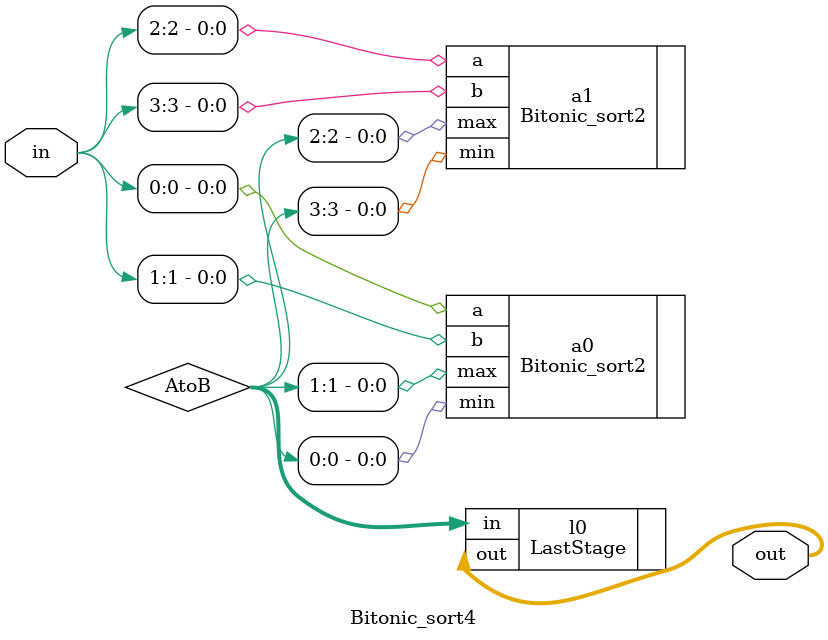
<source format=v>
`timescale 1ns / 1ps

module Bitonic_sort4(in, out);
    input [3:0] in;
    output [3:0] out;

    wire [3:0] AtoB;
    //wire [3:0] BtoC;

    Bitonic_sort2 a0(.a(in[0]), .b(in[1]), .min(AtoB[0]), .max(AtoB[1]));
    Bitonic_sort2 a1(.a(in[2]), .b(in[3]), .min(AtoB[3]), .max(AtoB[2]));

    LastStage #(4) l0(.in(AtoB), .out(out));

    /*
    //
    Bitonic_sort2 b0(.a(AtoB[0]), .b(AtoB[2]), .min(BtoC[0]), .max(BtoC[2]));
    Bitonic_sort2 b1(.a(AtoB[1]), .b(AtoB[3]), .min(BtoC[1]), .max(BtoC[3]));

    Bitonic_sort2 c0(.a(BtoC[0]), .b(BtoC[1]), .min(out[0]), .max(out[1]));
    Bitonic_sort2 c1(.a(BtoC[2]), .b(BtoC[3]), .min(out[2]), .max(out[3]));
    */

endmodule

</source>
